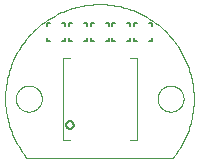
<source format=gto>
G75*
%MOIN*%
%OFA0B0*%
%FSLAX25Y25*%
%IPPOS*%
%LPD*%
%AMOC8*
5,1,8,0,0,1.08239X$1,22.5*
%
%ADD10C,0.00000*%
%ADD11C,0.00300*%
%ADD12C,0.00600*%
%ADD13C,0.00197*%
%ADD14C,0.00500*%
D10*
X0008237Y0001406D02*
X0057056Y0001406D01*
X0051937Y0021091D02*
X0051939Y0021222D01*
X0051945Y0021354D01*
X0051955Y0021485D01*
X0051969Y0021616D01*
X0051987Y0021746D01*
X0052009Y0021875D01*
X0052034Y0022004D01*
X0052064Y0022132D01*
X0052098Y0022259D01*
X0052135Y0022386D01*
X0052176Y0022510D01*
X0052221Y0022634D01*
X0052270Y0022756D01*
X0052322Y0022877D01*
X0052378Y0022995D01*
X0052438Y0023113D01*
X0052501Y0023228D01*
X0052568Y0023341D01*
X0052638Y0023453D01*
X0052711Y0023562D01*
X0052787Y0023668D01*
X0052867Y0023773D01*
X0052950Y0023875D01*
X0053036Y0023974D01*
X0053125Y0024071D01*
X0053217Y0024165D01*
X0053312Y0024256D01*
X0053409Y0024345D01*
X0053509Y0024430D01*
X0053612Y0024512D01*
X0053717Y0024591D01*
X0053824Y0024667D01*
X0053934Y0024739D01*
X0054046Y0024808D01*
X0054160Y0024874D01*
X0054275Y0024936D01*
X0054393Y0024995D01*
X0054512Y0025050D01*
X0054633Y0025102D01*
X0054756Y0025149D01*
X0054880Y0025193D01*
X0055005Y0025234D01*
X0055131Y0025270D01*
X0055259Y0025303D01*
X0055387Y0025331D01*
X0055516Y0025356D01*
X0055646Y0025377D01*
X0055776Y0025394D01*
X0055907Y0025407D01*
X0056038Y0025416D01*
X0056169Y0025421D01*
X0056301Y0025422D01*
X0056432Y0025419D01*
X0056564Y0025412D01*
X0056695Y0025401D01*
X0056825Y0025386D01*
X0056955Y0025367D01*
X0057085Y0025344D01*
X0057213Y0025318D01*
X0057341Y0025287D01*
X0057468Y0025252D01*
X0057594Y0025214D01*
X0057718Y0025172D01*
X0057842Y0025126D01*
X0057963Y0025076D01*
X0058083Y0025023D01*
X0058202Y0024966D01*
X0058319Y0024906D01*
X0058433Y0024842D01*
X0058546Y0024774D01*
X0058657Y0024703D01*
X0058766Y0024629D01*
X0058872Y0024552D01*
X0058976Y0024471D01*
X0059077Y0024388D01*
X0059176Y0024301D01*
X0059272Y0024211D01*
X0059365Y0024118D01*
X0059456Y0024023D01*
X0059543Y0023925D01*
X0059628Y0023824D01*
X0059709Y0023721D01*
X0059787Y0023615D01*
X0059862Y0023507D01*
X0059934Y0023397D01*
X0060002Y0023285D01*
X0060067Y0023171D01*
X0060128Y0023054D01*
X0060186Y0022936D01*
X0060240Y0022816D01*
X0060291Y0022695D01*
X0060338Y0022572D01*
X0060381Y0022448D01*
X0060420Y0022323D01*
X0060456Y0022196D01*
X0060487Y0022068D01*
X0060515Y0021940D01*
X0060539Y0021811D01*
X0060559Y0021681D01*
X0060575Y0021550D01*
X0060587Y0021419D01*
X0060595Y0021288D01*
X0060599Y0021157D01*
X0060599Y0021025D01*
X0060595Y0020894D01*
X0060587Y0020763D01*
X0060575Y0020632D01*
X0060559Y0020501D01*
X0060539Y0020371D01*
X0060515Y0020242D01*
X0060487Y0020114D01*
X0060456Y0019986D01*
X0060420Y0019859D01*
X0060381Y0019734D01*
X0060338Y0019610D01*
X0060291Y0019487D01*
X0060240Y0019366D01*
X0060186Y0019246D01*
X0060128Y0019128D01*
X0060067Y0019011D01*
X0060002Y0018897D01*
X0059934Y0018785D01*
X0059862Y0018675D01*
X0059787Y0018567D01*
X0059709Y0018461D01*
X0059628Y0018358D01*
X0059543Y0018257D01*
X0059456Y0018159D01*
X0059365Y0018064D01*
X0059272Y0017971D01*
X0059176Y0017881D01*
X0059077Y0017794D01*
X0058976Y0017711D01*
X0058872Y0017630D01*
X0058766Y0017553D01*
X0058657Y0017479D01*
X0058546Y0017408D01*
X0058434Y0017340D01*
X0058319Y0017276D01*
X0058202Y0017216D01*
X0058083Y0017159D01*
X0057963Y0017106D01*
X0057842Y0017056D01*
X0057718Y0017010D01*
X0057594Y0016968D01*
X0057468Y0016930D01*
X0057341Y0016895D01*
X0057213Y0016864D01*
X0057085Y0016838D01*
X0056955Y0016815D01*
X0056825Y0016796D01*
X0056695Y0016781D01*
X0056564Y0016770D01*
X0056432Y0016763D01*
X0056301Y0016760D01*
X0056169Y0016761D01*
X0056038Y0016766D01*
X0055907Y0016775D01*
X0055776Y0016788D01*
X0055646Y0016805D01*
X0055516Y0016826D01*
X0055387Y0016851D01*
X0055259Y0016879D01*
X0055131Y0016912D01*
X0055005Y0016948D01*
X0054880Y0016989D01*
X0054756Y0017033D01*
X0054633Y0017080D01*
X0054512Y0017132D01*
X0054393Y0017187D01*
X0054275Y0017246D01*
X0054160Y0017308D01*
X0054046Y0017374D01*
X0053934Y0017443D01*
X0053824Y0017515D01*
X0053717Y0017591D01*
X0053612Y0017670D01*
X0053509Y0017752D01*
X0053409Y0017837D01*
X0053312Y0017926D01*
X0053217Y0018017D01*
X0053125Y0018111D01*
X0053036Y0018208D01*
X0052950Y0018307D01*
X0052867Y0018409D01*
X0052787Y0018514D01*
X0052711Y0018620D01*
X0052638Y0018729D01*
X0052568Y0018841D01*
X0052501Y0018954D01*
X0052438Y0019069D01*
X0052378Y0019187D01*
X0052322Y0019305D01*
X0052270Y0019426D01*
X0052221Y0019548D01*
X0052176Y0019672D01*
X0052135Y0019796D01*
X0052098Y0019923D01*
X0052064Y0020050D01*
X0052034Y0020178D01*
X0052009Y0020307D01*
X0051987Y0020436D01*
X0051969Y0020566D01*
X0051955Y0020697D01*
X0051945Y0020828D01*
X0051939Y0020960D01*
X0051937Y0021091D01*
X0004693Y0021091D02*
X0004695Y0021222D01*
X0004701Y0021354D01*
X0004711Y0021485D01*
X0004725Y0021616D01*
X0004743Y0021746D01*
X0004765Y0021875D01*
X0004790Y0022004D01*
X0004820Y0022132D01*
X0004854Y0022259D01*
X0004891Y0022386D01*
X0004932Y0022510D01*
X0004977Y0022634D01*
X0005026Y0022756D01*
X0005078Y0022877D01*
X0005134Y0022995D01*
X0005194Y0023113D01*
X0005257Y0023228D01*
X0005324Y0023341D01*
X0005394Y0023453D01*
X0005467Y0023562D01*
X0005543Y0023668D01*
X0005623Y0023773D01*
X0005706Y0023875D01*
X0005792Y0023974D01*
X0005881Y0024071D01*
X0005973Y0024165D01*
X0006068Y0024256D01*
X0006165Y0024345D01*
X0006265Y0024430D01*
X0006368Y0024512D01*
X0006473Y0024591D01*
X0006580Y0024667D01*
X0006690Y0024739D01*
X0006802Y0024808D01*
X0006916Y0024874D01*
X0007031Y0024936D01*
X0007149Y0024995D01*
X0007268Y0025050D01*
X0007389Y0025102D01*
X0007512Y0025149D01*
X0007636Y0025193D01*
X0007761Y0025234D01*
X0007887Y0025270D01*
X0008015Y0025303D01*
X0008143Y0025331D01*
X0008272Y0025356D01*
X0008402Y0025377D01*
X0008532Y0025394D01*
X0008663Y0025407D01*
X0008794Y0025416D01*
X0008925Y0025421D01*
X0009057Y0025422D01*
X0009188Y0025419D01*
X0009320Y0025412D01*
X0009451Y0025401D01*
X0009581Y0025386D01*
X0009711Y0025367D01*
X0009841Y0025344D01*
X0009969Y0025318D01*
X0010097Y0025287D01*
X0010224Y0025252D01*
X0010350Y0025214D01*
X0010474Y0025172D01*
X0010598Y0025126D01*
X0010719Y0025076D01*
X0010839Y0025023D01*
X0010958Y0024966D01*
X0011075Y0024906D01*
X0011189Y0024842D01*
X0011302Y0024774D01*
X0011413Y0024703D01*
X0011522Y0024629D01*
X0011628Y0024552D01*
X0011732Y0024471D01*
X0011833Y0024388D01*
X0011932Y0024301D01*
X0012028Y0024211D01*
X0012121Y0024118D01*
X0012212Y0024023D01*
X0012299Y0023925D01*
X0012384Y0023824D01*
X0012465Y0023721D01*
X0012543Y0023615D01*
X0012618Y0023507D01*
X0012690Y0023397D01*
X0012758Y0023285D01*
X0012823Y0023171D01*
X0012884Y0023054D01*
X0012942Y0022936D01*
X0012996Y0022816D01*
X0013047Y0022695D01*
X0013094Y0022572D01*
X0013137Y0022448D01*
X0013176Y0022323D01*
X0013212Y0022196D01*
X0013243Y0022068D01*
X0013271Y0021940D01*
X0013295Y0021811D01*
X0013315Y0021681D01*
X0013331Y0021550D01*
X0013343Y0021419D01*
X0013351Y0021288D01*
X0013355Y0021157D01*
X0013355Y0021025D01*
X0013351Y0020894D01*
X0013343Y0020763D01*
X0013331Y0020632D01*
X0013315Y0020501D01*
X0013295Y0020371D01*
X0013271Y0020242D01*
X0013243Y0020114D01*
X0013212Y0019986D01*
X0013176Y0019859D01*
X0013137Y0019734D01*
X0013094Y0019610D01*
X0013047Y0019487D01*
X0012996Y0019366D01*
X0012942Y0019246D01*
X0012884Y0019128D01*
X0012823Y0019011D01*
X0012758Y0018897D01*
X0012690Y0018785D01*
X0012618Y0018675D01*
X0012543Y0018567D01*
X0012465Y0018461D01*
X0012384Y0018358D01*
X0012299Y0018257D01*
X0012212Y0018159D01*
X0012121Y0018064D01*
X0012028Y0017971D01*
X0011932Y0017881D01*
X0011833Y0017794D01*
X0011732Y0017711D01*
X0011628Y0017630D01*
X0011522Y0017553D01*
X0011413Y0017479D01*
X0011302Y0017408D01*
X0011190Y0017340D01*
X0011075Y0017276D01*
X0010958Y0017216D01*
X0010839Y0017159D01*
X0010719Y0017106D01*
X0010598Y0017056D01*
X0010474Y0017010D01*
X0010350Y0016968D01*
X0010224Y0016930D01*
X0010097Y0016895D01*
X0009969Y0016864D01*
X0009841Y0016838D01*
X0009711Y0016815D01*
X0009581Y0016796D01*
X0009451Y0016781D01*
X0009320Y0016770D01*
X0009188Y0016763D01*
X0009057Y0016760D01*
X0008925Y0016761D01*
X0008794Y0016766D01*
X0008663Y0016775D01*
X0008532Y0016788D01*
X0008402Y0016805D01*
X0008272Y0016826D01*
X0008143Y0016851D01*
X0008015Y0016879D01*
X0007887Y0016912D01*
X0007761Y0016948D01*
X0007636Y0016989D01*
X0007512Y0017033D01*
X0007389Y0017080D01*
X0007268Y0017132D01*
X0007149Y0017187D01*
X0007031Y0017246D01*
X0006916Y0017308D01*
X0006802Y0017374D01*
X0006690Y0017443D01*
X0006580Y0017515D01*
X0006473Y0017591D01*
X0006368Y0017670D01*
X0006265Y0017752D01*
X0006165Y0017837D01*
X0006068Y0017926D01*
X0005973Y0018017D01*
X0005881Y0018111D01*
X0005792Y0018208D01*
X0005706Y0018307D01*
X0005623Y0018409D01*
X0005543Y0018514D01*
X0005467Y0018620D01*
X0005394Y0018729D01*
X0005324Y0018841D01*
X0005257Y0018954D01*
X0005194Y0019069D01*
X0005134Y0019187D01*
X0005078Y0019305D01*
X0005026Y0019426D01*
X0004977Y0019548D01*
X0004932Y0019672D01*
X0004891Y0019796D01*
X0004854Y0019923D01*
X0004820Y0020050D01*
X0004790Y0020178D01*
X0004765Y0020307D01*
X0004743Y0020436D01*
X0004725Y0020566D01*
X0004711Y0020697D01*
X0004701Y0020828D01*
X0004695Y0020960D01*
X0004693Y0021091D01*
D11*
X0001150Y0021092D02*
X0001159Y0021861D01*
X0001187Y0022630D01*
X0001233Y0023398D01*
X0001298Y0024165D01*
X0001382Y0024930D01*
X0001485Y0025693D01*
X0001606Y0026453D01*
X0001746Y0027210D01*
X0001905Y0027963D01*
X0002082Y0028712D01*
X0002277Y0029456D01*
X0002490Y0030196D01*
X0002722Y0030930D01*
X0002971Y0031658D01*
X0003238Y0032380D01*
X0003522Y0033095D01*
X0003824Y0033802D01*
X0004144Y0034503D01*
X0004480Y0035195D01*
X0004833Y0035879D01*
X0005203Y0036554D01*
X0005589Y0037219D01*
X0005992Y0037875D01*
X0006410Y0038521D01*
X0006844Y0039157D01*
X0007293Y0039781D01*
X0007758Y0040395D01*
X0008238Y0040997D01*
X0008732Y0041587D01*
X0009240Y0042165D01*
X0009762Y0042730D01*
X0010299Y0043282D01*
X0010848Y0043821D01*
X0011410Y0044346D01*
X0011986Y0044857D01*
X0012573Y0045354D01*
X0013173Y0045837D01*
X0013784Y0046305D01*
X0014406Y0046757D01*
X0015040Y0047195D01*
X0015683Y0047616D01*
X0016337Y0048022D01*
X0017001Y0048412D01*
X0017674Y0048785D01*
X0018356Y0049141D01*
X0019047Y0049481D01*
X0019745Y0049804D01*
X0020451Y0050110D01*
X0021165Y0050398D01*
X0021885Y0050668D01*
X0022612Y0050921D01*
X0023345Y0051156D01*
X0024083Y0051374D01*
X0024827Y0051572D01*
X0025575Y0051753D01*
X0026327Y0051915D01*
X0027083Y0052059D01*
X0027843Y0052184D01*
X0028605Y0052291D01*
X0029369Y0052379D01*
X0030136Y0052448D01*
X0030904Y0052498D01*
X0031673Y0052530D01*
X0032442Y0052543D01*
X0033212Y0052537D01*
X0033981Y0052512D01*
X0034749Y0052468D01*
X0035516Y0052405D01*
X0036282Y0052324D01*
X0037045Y0052224D01*
X0037805Y0052105D01*
X0038562Y0051968D01*
X0039316Y0051812D01*
X0040066Y0051638D01*
X0040811Y0051445D01*
X0041551Y0051235D01*
X0042286Y0051006D01*
X0043015Y0050759D01*
X0043737Y0050495D01*
X0044453Y0050213D01*
X0045162Y0049913D01*
X0045864Y0049596D01*
X0046557Y0049262D01*
X0047242Y0048912D01*
X0047918Y0048544D01*
X0048585Y0048160D01*
X0049243Y0047760D01*
X0049890Y0047344D01*
X0050527Y0046912D01*
X0051153Y0046465D01*
X0051769Y0046003D01*
X0052372Y0045525D01*
X0052964Y0045033D01*
X0053544Y0044527D01*
X0054110Y0044006D01*
X0054665Y0043472D01*
X0055205Y0042925D01*
X0055733Y0042364D01*
X0056246Y0041791D01*
X0056745Y0041205D01*
X0057230Y0040607D01*
X0057700Y0039998D01*
X0058154Y0039377D01*
X0058594Y0038745D01*
X0059018Y0038103D01*
X0059426Y0037450D01*
X0059818Y0036788D01*
X0060193Y0036116D01*
X0060552Y0035435D01*
X0060894Y0034746D01*
X0061220Y0034049D01*
X0061528Y0033343D01*
X0061819Y0032631D01*
X0062092Y0031911D01*
X0062347Y0031185D01*
X0062585Y0030453D01*
X0062804Y0029716D01*
X0063006Y0028973D01*
X0063189Y0028226D01*
X0063354Y0027474D01*
X0063501Y0026718D01*
X0063629Y0025959D01*
X0063738Y0025198D01*
X0063828Y0024433D01*
X0063900Y0023667D01*
X0063953Y0022899D01*
X0063988Y0022131D01*
X0064003Y0021361D01*
X0064000Y0020592D01*
X0063977Y0019822D01*
X0063936Y0019054D01*
X0063876Y0018287D01*
X0063798Y0017521D01*
X0063700Y0016758D01*
X0063584Y0015997D01*
X0063450Y0015239D01*
X0063296Y0014485D01*
X0063125Y0013735D01*
X0062935Y0012989D01*
X0062727Y0012248D01*
X0062501Y0011512D01*
X0062257Y0010782D01*
X0061995Y0010059D01*
X0061715Y0009342D01*
X0061418Y0008632D01*
X0061104Y0007929D01*
X0060772Y0007235D01*
X0060424Y0006549D01*
X0060059Y0005871D01*
X0059677Y0005203D01*
X0059279Y0004544D01*
X0058866Y0003895D01*
X0058436Y0003256D01*
X0057991Y0002629D01*
X0057531Y0002012D01*
X0057055Y0001407D01*
X0008236Y0001406D02*
X0007762Y0002002D01*
X0007302Y0002609D01*
X0006856Y0003227D01*
X0006426Y0003856D01*
X0006011Y0004495D01*
X0005612Y0005143D01*
X0005229Y0005802D01*
X0004862Y0006469D01*
X0004511Y0007145D01*
X0004176Y0007829D01*
X0003858Y0008522D01*
X0003557Y0009221D01*
X0003273Y0009928D01*
X0003007Y0010642D01*
X0002757Y0011362D01*
X0002526Y0012087D01*
X0002312Y0012818D01*
X0002115Y0013554D01*
X0001937Y0014295D01*
X0001776Y0015039D01*
X0001634Y0015788D01*
X0001510Y0016539D01*
X0001404Y0017293D01*
X0001316Y0018050D01*
X0001247Y0018809D01*
X0001196Y0019569D01*
X0001164Y0020330D01*
X0001150Y0021091D01*
D12*
X0015040Y0040335D02*
X0015040Y0041335D01*
X0015040Y0040335D02*
X0016040Y0040335D01*
X0020040Y0040335D02*
X0021040Y0040335D01*
X0021040Y0041335D01*
X0022363Y0041375D02*
X0022363Y0040375D01*
X0023363Y0040375D01*
X0027363Y0040375D02*
X0028363Y0040375D01*
X0028363Y0041375D01*
X0029685Y0041335D02*
X0029685Y0040335D01*
X0030685Y0040335D01*
X0034685Y0040335D02*
X0035685Y0040335D01*
X0035685Y0041335D01*
X0036851Y0041335D02*
X0036851Y0040335D01*
X0037851Y0040335D01*
X0041851Y0040335D02*
X0042851Y0040335D01*
X0042851Y0041335D01*
X0044056Y0041375D02*
X0044056Y0040375D01*
X0045056Y0040375D01*
X0049056Y0040375D02*
X0050056Y0040375D01*
X0050056Y0041375D01*
X0050056Y0045375D02*
X0050056Y0046375D01*
X0049056Y0046375D01*
X0045056Y0046375D02*
X0044056Y0046375D01*
X0044056Y0045375D01*
X0042851Y0045335D02*
X0042851Y0046335D01*
X0041851Y0046335D01*
X0037851Y0046335D02*
X0036851Y0046335D01*
X0036851Y0045335D01*
X0035685Y0045335D02*
X0035685Y0046335D01*
X0034685Y0046335D01*
X0030685Y0046335D02*
X0029685Y0046335D01*
X0029685Y0045335D01*
X0028363Y0045375D02*
X0028363Y0046375D01*
X0027363Y0046375D01*
X0023363Y0046375D02*
X0022363Y0046375D01*
X0022363Y0045375D01*
X0021040Y0045335D02*
X0021040Y0046335D01*
X0020040Y0046335D01*
X0016040Y0046335D02*
X0015040Y0046335D01*
X0015040Y0045335D01*
D13*
X0020363Y0034792D02*
X0022725Y0034792D01*
X0020363Y0034792D02*
X0020363Y0007233D01*
X0022725Y0007233D01*
X0042804Y0007233D02*
X0045166Y0007233D01*
X0045166Y0034792D01*
X0042804Y0034792D01*
D14*
X0021480Y0012351D02*
X0021482Y0012421D01*
X0021488Y0012492D01*
X0021498Y0012561D01*
X0021512Y0012630D01*
X0021530Y0012699D01*
X0021551Y0012766D01*
X0021576Y0012832D01*
X0021605Y0012896D01*
X0021638Y0012958D01*
X0021674Y0013019D01*
X0021714Y0013077D01*
X0021756Y0013133D01*
X0021802Y0013187D01*
X0021851Y0013238D01*
X0021902Y0013286D01*
X0021957Y0013331D01*
X0022013Y0013373D01*
X0022072Y0013411D01*
X0022133Y0013446D01*
X0022196Y0013478D01*
X0022261Y0013506D01*
X0022327Y0013531D01*
X0022394Y0013551D01*
X0022463Y0013568D01*
X0022532Y0013581D01*
X0022602Y0013590D01*
X0022672Y0013595D01*
X0022743Y0013596D01*
X0022813Y0013593D01*
X0022883Y0013586D01*
X0022953Y0013575D01*
X0023022Y0013560D01*
X0023090Y0013541D01*
X0023156Y0013519D01*
X0023222Y0013493D01*
X0023286Y0013463D01*
X0023348Y0013429D01*
X0023408Y0013392D01*
X0023465Y0013352D01*
X0023521Y0013308D01*
X0023574Y0013262D01*
X0023624Y0013212D01*
X0023671Y0013160D01*
X0023715Y0013105D01*
X0023756Y0013048D01*
X0023794Y0012989D01*
X0023829Y0012927D01*
X0023859Y0012864D01*
X0023887Y0012799D01*
X0023910Y0012732D01*
X0023930Y0012665D01*
X0023946Y0012596D01*
X0023958Y0012527D01*
X0023966Y0012457D01*
X0023970Y0012386D01*
X0023970Y0012316D01*
X0023966Y0012245D01*
X0023958Y0012175D01*
X0023946Y0012106D01*
X0023930Y0012037D01*
X0023910Y0011970D01*
X0023887Y0011903D01*
X0023859Y0011838D01*
X0023829Y0011775D01*
X0023794Y0011713D01*
X0023756Y0011654D01*
X0023715Y0011597D01*
X0023671Y0011542D01*
X0023624Y0011490D01*
X0023574Y0011440D01*
X0023521Y0011394D01*
X0023465Y0011350D01*
X0023408Y0011310D01*
X0023347Y0011273D01*
X0023286Y0011239D01*
X0023222Y0011209D01*
X0023156Y0011183D01*
X0023090Y0011161D01*
X0023022Y0011142D01*
X0022953Y0011127D01*
X0022883Y0011116D01*
X0022813Y0011109D01*
X0022743Y0011106D01*
X0022672Y0011107D01*
X0022602Y0011112D01*
X0022532Y0011121D01*
X0022463Y0011134D01*
X0022394Y0011151D01*
X0022327Y0011171D01*
X0022261Y0011196D01*
X0022196Y0011224D01*
X0022133Y0011256D01*
X0022072Y0011291D01*
X0022013Y0011329D01*
X0021957Y0011371D01*
X0021902Y0011416D01*
X0021851Y0011464D01*
X0021802Y0011515D01*
X0021756Y0011569D01*
X0021714Y0011625D01*
X0021674Y0011683D01*
X0021638Y0011744D01*
X0021605Y0011806D01*
X0021576Y0011870D01*
X0021551Y0011936D01*
X0021530Y0012003D01*
X0021512Y0012072D01*
X0021498Y0012141D01*
X0021488Y0012210D01*
X0021482Y0012281D01*
X0021480Y0012351D01*
M02*

</source>
